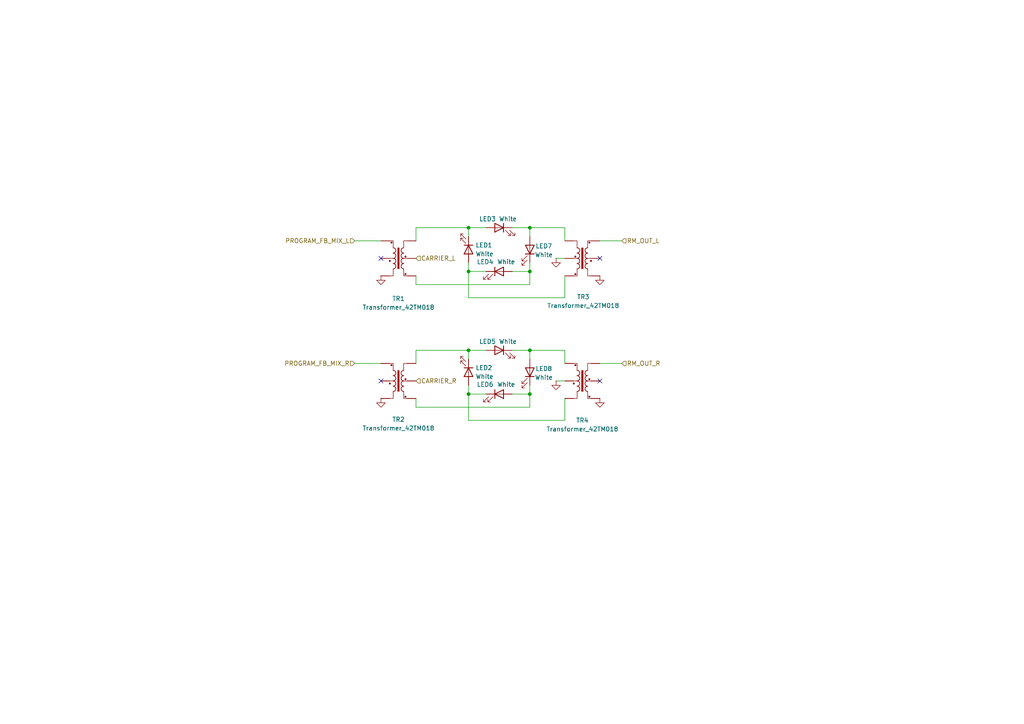
<source format=kicad_sch>
(kicad_sch (version 20250114) (generator "eeschema") (generator_version "9.0")
  (paper "A4")
  (lib_symbols
    (symbol "Device:LED" (pin_numbers (hide yes)) (pin_names (offset 1.016) (hide yes))
      (property "Reference" "D" (at 0 2.54 0))
      (property "Value" "LED" (at 0 -2.54 0))
      (symbol "LED_0_1"
        (polyline (pts (xy -3.048 -0.762) (xy -4.572 -2.286) (xy -3.81 -2.286) (xy -4.572 -2.286) (xy -4.572 -1.524)))
        (polyline (pts (xy -1.778 -0.762) (xy -3.302 -2.286) (xy -2.54 -2.286) (xy -3.302 -2.286) (xy -3.302 -1.524)))
        (polyline (pts (xy -1.27 0) (xy 1.27 0)))
        (polyline (pts (xy -1.27 -1.27) (xy -1.27 1.27)) (stroke (width 0.254)))
        (polyline (pts (xy 1.27 -1.27) (xy 1.27 1.27) (xy -1.27 0) (xy 1.27 -1.27)) (stroke (width 0.254)))
      )
      (symbol "LED_1_1"
        (pin passive line (at -3.81 0 0) (length 2.54) (name "K") (number "1"))
        (pin passive line (at 3.81 0 180) (length 2.54) (name "A") (number "2"))
      )
    )
    (symbol "Lichen:Transformer_42TM018" (pin_numbers (hide yes)) (pin_names (offset 0))
      (property "Reference" "TR1" (at 0 10.16 0))
      (property "Value" "Transformer_42TM018" (at 0 7.62 0))
      (symbol "Transformer_42TM018_0_1"
        (polyline (pts (xy -2.54 5.08) (xy -1.524 5.08) (xy -1.524 3.048)) (stroke (width 0.1524)))
        (circle (center -2.5 -0.746) (radius 0.2) (fill (type outline)))
        (circle (center -2.032 4.572) (radius 0.2) (fill (type outline)))
        (arc (start -1.524 3.048) (mid -0.7653 2.286) (end -1.524 1.524) (stroke (width 0.2032)))
        (arc (start -1.524 1.524) (mid -0.7653 0.762) (end -1.524 0) (stroke (width 0.2032)))
        (arc (start -1.524 0) (mid -0.7653 -0.762) (end -1.524 -1.524) (stroke (width 0.2032)))
        (arc (start -1.524 -1.524) (mid -0.7653 -2.286) (end -1.524 -3.048) (stroke (width 0.2032)))
        (polyline (pts (xy -1.524 0) (xy -2.54 0)) (fill (type outline)))
        (polyline (pts (xy -1.524 -3.048) (xy -1.524 -5.08) (xy -2.54 -5.08)) (stroke (width 0.1524)))
        (rectangle (start -0.254 3.048) (end 0.254 -3.048) (stroke (width 0.0254)) (fill (type outline)))
        (polyline (pts (xy 1.524 3.048) (xy 1.524 5.08) (xy 2.54 5.08)) (stroke (width 0.1524)))
        (polyline (pts (xy 1.524 0) (xy 2.54 0)) (fill (type outline)))
        (arc (start 1.524 1.524) (mid 0.7653 2.286) (end 1.524 3.048) (stroke (width 0.2032)))
        (arc (start 1.524 0) (mid 0.7653 0.762) (end 1.524 1.524) (stroke (width 0.2032)))
        (arc (start 1.524 -1.524) (mid 0.7653 -0.762) (end 1.524 0) (stroke (width 0.2032)))
        (arc (start 1.524 -3.048) (mid 0.7653 -2.286) (end 1.524 -1.524) (stroke (width 0.2032)))
        (circle (center 2.032 0.508) (radius 0.2) (fill (type outline)))
        (circle (center 2.032 -4.572) (radius 0.2) (fill (type outline)))
        (polyline (pts (xy 2.54 -5.08) (xy 1.524 -5.08) (xy 1.524 -3.048)) (stroke (width 0.1524)))
      )
      (symbol "Transformer_42TM018_1_1"
        (pin passive line (at -5.08 5.08 0) (length 2.54) (name "~") (number "1"))
        (pin passive line (at -5.08 0 0) (length 2.54) (name "~") (number "2"))
        (pin passive line (at -5.08 -5.08 0) (length 2.54) (name "~") (number "3"))
        (pin passive line (at 5.08 5.08 180) (length 2.54) (name "~") (number "6"))
        (pin passive line (at 5.08 0 180) (length 2.54) (name "~") (number "5"))
        (pin passive line (at 5.08 -5.08 180) (length 2.54) (name "~") (number "4"))
      )
    )
    (symbol "power:GND" (power) (pin_numbers (hide yes)) (pin_names (offset 0) (hide yes))
      (property "Value" "GND" (at 0 -3.81 0))
      (symbol "GND_0_1"
        (polyline (pts (xy 0 0) (xy 0 -1.27) (xy 1.27 -1.27) (xy 0 -2.54) (xy -1.27 -1.27) (xy 0 -1.27)))
      )
      (symbol "GND_1_1"
        (pin power_in line (at 0 0 270) (length 0) (name "~") (number "1"))
      )
    )
  )
  (junction (at 153.67 114.3))
  (junction (at 135.89 66.04))
  (junction (at 153.67 78.74))
  (junction (at 135.89 101.6))
  (junction (at 153.67 66.04))
  (junction (at 135.89 78.74))
  (junction (at 153.67 101.6))
  (junction (at 135.89 114.3))
  (no_connect (at 110.49 74.93))
  (no_connect (at 110.49 110.49))
  (no_connect (at 173.99 74.93))
  (no_connect (at 173.99 110.49))
  (wire (pts (xy 180.34 69.85) (xy 173.99 69.85)))
  (wire (pts (xy 161.29 110.49) (xy 163.83 110.49)))
  (wire (pts (xy 148.59 78.74) (xy 153.67 78.74)))
  (wire (pts (xy 163.83 121.92) (xy 135.89 121.92)))
  (wire (pts (xy 102.87 69.85) (xy 110.49 69.85)))
  (wire (pts (xy 163.83 86.36) (xy 135.89 86.36)))
  (wire (pts (xy 135.89 121.92) (xy 135.89 114.3)))
  (wire (pts (xy 163.83 80.01) (xy 163.83 86.36)))
  (wire (pts (xy 135.89 66.04) (xy 140.97 66.04)))
  (wire (pts (xy 148.59 114.3) (xy 153.67 114.3)))
  (wire (pts (xy 120.65 101.6) (xy 120.65 105.41)))
  (wire (pts (xy 148.59 66.04) (xy 153.67 66.04)))
  (wire (pts (xy 135.89 114.3) (xy 135.89 111.76)))
  (wire (pts (xy 135.89 86.36) (xy 135.89 78.74)))
  (wire (pts (xy 120.65 115.57) (xy 120.65 118.11)))
  (wire (pts (xy 163.83 66.04) (xy 163.83 69.85)))
  (wire (pts (xy 153.67 66.04) (xy 163.83 66.04)))
  (wire (pts (xy 163.83 115.57) (xy 163.83 121.92)))
  (wire (pts (xy 153.67 118.11) (xy 153.67 114.3)))
  (wire (pts (xy 120.65 66.04) (xy 135.89 66.04)))
  (wire (pts (xy 140.97 78.74) (xy 135.89 78.74)))
  (wire (pts (xy 153.67 104.14) (xy 153.67 101.6)))
  (wire (pts (xy 153.67 68.58) (xy 153.67 66.04)))
  (wire (pts (xy 120.65 66.04) (xy 120.65 69.85)))
  (wire (pts (xy 120.65 101.6) (xy 135.89 101.6)))
  (wire (pts (xy 153.67 101.6) (xy 163.83 101.6)))
  (wire (pts (xy 153.67 114.3) (xy 153.67 111.76)))
  (wire (pts (xy 102.87 105.41) (xy 110.49 105.41)))
  (wire (pts (xy 161.29 74.93) (xy 163.83 74.93)))
  (wire (pts (xy 135.89 78.74) (xy 135.89 76.2)))
  (wire (pts (xy 120.65 82.55) (xy 153.67 82.55)))
  (wire (pts (xy 135.89 68.58) (xy 135.89 66.04)))
  (wire (pts (xy 153.67 78.74) (xy 153.67 76.2)))
  (wire (pts (xy 120.65 80.01) (xy 120.65 82.55)))
  (wire (pts (xy 135.89 104.14) (xy 135.89 101.6)))
  (wire (pts (xy 148.59 101.6) (xy 153.67 101.6)))
  (wire (pts (xy 120.65 118.11) (xy 153.67 118.11)))
  (wire (pts (xy 135.89 101.6) (xy 140.97 101.6)))
  (wire (pts (xy 140.97 114.3) (xy 135.89 114.3)))
  (wire (pts (xy 180.34 105.41) (xy 173.99 105.41)))
  (wire (pts (xy 153.67 82.55) (xy 153.67 78.74)))
  (wire (pts (xy 163.83 101.6) (xy 163.83 105.41)))
  (hierarchical_label "RM_OUT_R" (shape input) (at 180.34 105.41 0))
  (hierarchical_label "RM_OUT_L" (shape input) (at 180.34 69.85 0))
  (hierarchical_label "CARRIER_L" (shape input) (at 120.65 74.93 0))
  (hierarchical_label "CARRIER_R" (shape input) (at 120.65 110.49 0))
  (hierarchical_label "PROGRAM_FB_MIX_L" (shape input) (at 102.87 69.85 180))
  (hierarchical_label "PROGRAM_FB_MIX_R" (shape input) (at 102.87 105.41 180))
  (symbol (lib_id "Device:LED") (at 144.78 78.74 0) (unit 1)
    (property "Reference" "LED4" (at 140.716 75.946 0))
    (property "Value" "White" (at 146.812 75.946 0))
    (property "Footprint" "Lichen:LED_D3.0mm_Polarity_Indicated" (effects (hide yes)))
    (property "Description" "Light emitting diode" (effects (hide yes)))
    (property "Sim.Pins" "1=K 2=A" (effects (hide yes)))
  )
  (symbol (lib_id "Device:LED") (at 135.89 72.39 270) (unit 1)
    (property "Reference" "LED1" (at 137.922 71.12 90) (effects (justify left)))
    (property "Value" "White" (at 137.922 73.66 90) (effects (justify left)))
    (property "Footprint" "Lichen:LED_D3.0mm_Polarity_Indicated" (effects (hide yes)))
    (property "Description" "Light emitting diode" (effects (hide yes)))
    (property "Sim.Pins" "1=K 2=A" (effects (hide yes)))
  )
  (symbol (lib_id "Device:LED") (at 144.78 66.04 0) (mirror y) (unit 1)
    (property "Reference" "LED3" (at 141.4145 63.5 0))
    (property "Value" "White" (at 147.32 63.5 0))
    (property "Footprint" "Lichen:LED_D3.0mm_Polarity_Indicated" (effects (hide yes)))
    (property "Description" "Light emitting diode" (effects (hide yes)))
    (property "Sim.Pins" "1=K 2=A" (effects (hide yes)))
  )
  (symbol (lib_id "Device:LED") (at 153.67 72.39 270) (mirror x) (unit 1)
    (property "Reference" "LED7" (at 157.734 71.374 90))
    (property "Value" "White" (at 157.734 73.914 90))
    (property "Footprint" "Lichen:LED_D3.0mm_Polarity_Indicated" (effects (hide yes)))
    (property "Description" "Light emitting diode" (effects (hide yes)))
    (property "Sim.Pins" "1=K 2=A" (effects (hide yes)))
  )
  (symbol (lib_id "power:GND") (at 173.99 115.57 0) (unit 1)
    (property "Reference" "#PWR012" (effects (hide yes)))
    (property "Value" "GND" (effects (hide yes)))
    (property "Description" "Power symbol creates a global label with name \"GND\" , ground" (effects (hide yes)))
  )
  (symbol (lib_id "power:GND") (at 173.99 80.01 0) (unit 1)
    (property "Reference" "#PWR011" (effects (hide yes)))
    (property "Value" "GND" (effects (hide yes)))
    (property "Description" "Power symbol creates a global label with name \"GND\" , ground" (effects (hide yes)))
  )
  (symbol (lib_id "Lichen:Transformer_42TM018") (at 168.91 110.49 0) (unit 1)
    (property "Reference" "TR4" (at 168.91 121.92 0))
    (property "Value" "Transformer_42TM018" (at 168.91 124.46 0))
    (property "Footprint" "Lichen:42TM018" (effects (hide yes)))
  )
  (symbol (lib_id "power:GND") (at 161.29 74.93 0) (unit 1)
    (property "Reference" "#PWR09" (effects (hide yes)))
    (property "Value" "GND" (effects (hide yes)))
    (property "Description" "Power symbol creates a global label with name \"GND\" , ground" (effects (hide yes)))
  )
  (symbol (lib_id "Device:LED") (at 135.89 107.95 270) (unit 1)
    (property "Reference" "LED2" (at 137.922 106.68 90) (effects (justify left)))
    (property "Value" "White" (at 137.922 109.22 90) (effects (justify left)))
    (property "Footprint" "Lichen:LED_D3.0mm_Polarity_Indicated" (effects (hide yes)))
    (property "Description" "Light emitting diode" (effects (hide yes)))
    (property "Sim.Pins" "1=K 2=A" (effects (hide yes)))
  )
  (symbol (lib_id "Lichen:Transformer_42TM018") (at 168.91 74.93 0) (mirror y) (unit 1)
    (property "Reference" "TR3" (at 169.164 86.106 0))
    (property "Value" "Transformer_42TM018" (at 169.164 88.646 0))
    (property "Footprint" "Lichen:42TM018" (effects (hide yes)))
  )
  (symbol (lib_id "Device:LED") (at 144.78 114.3 0) (unit 1)
    (property "Reference" "LED6" (at 140.716 111.506 0))
    (property "Value" "White" (at 146.812 111.506 0))
    (property "Footprint" "Lichen:LED_D3.0mm_Polarity_Indicated" (effects (hide yes)))
    (property "Description" "Light emitting diode" (effects (hide yes)))
    (property "Sim.Pins" "1=K 2=A" (effects (hide yes)))
  )
  (symbol (lib_id "Device:LED") (at 153.67 107.95 270) (mirror x) (unit 1)
    (property "Reference" "LED8" (at 157.734 106.934 90))
    (property "Value" "White" (at 157.734 109.474 90))
    (property "Footprint" "Lichen:LED_D3.0mm_Polarity_Indicated" (effects (hide yes)))
    (property "Description" "Light emitting diode" (effects (hide yes)))
    (property "Sim.Pins" "1=K 2=A" (effects (hide yes)))
  )
  (symbol (lib_id "Lichen:Transformer_42TM018") (at 115.57 110.49 0) (unit 1)
    (property "Reference" "TR2" (at 115.57 121.666 0))
    (property "Value" "Transformer_42TM018" (at 115.57 124.206 0))
    (property "Footprint" "Lichen:42TM018" (effects (hide yes)))
  )
  (symbol (lib_id "power:GND") (at 161.29 110.49 0) (unit 1)
    (property "Reference" "#PWR010" (effects (hide yes)))
    (property "Value" "GND" (effects (hide yes)))
    (property "Description" "Power symbol creates a global label with name \"GND\" , ground" (effects (hide yes)))
  )
  (symbol (lib_id "power:GND") (at 110.49 80.01 0) (unit 1)
    (property "Reference" "#PWR07" (effects (hide yes)))
    (property "Value" "GND" (effects (hide yes)))
    (property "Description" "Power symbol creates a global label with name \"GND\" , ground" (effects (hide yes)))
  )
  (symbol (lib_id "Device:LED") (at 144.78 101.6 0) (mirror y) (unit 1)
    (property "Reference" "LED5" (at 141.4145 99.06 0))
    (property "Value" "White" (at 147.32 99.06 0))
    (property "Footprint" "Lichen:LED_D3.0mm_Polarity_Indicated" (effects (hide yes)))
    (property "Description" "Light emitting diode" (effects (hide yes)))
    (property "Sim.Pins" "1=K 2=A" (effects (hide yes)))
  )
  (symbol (lib_id "power:GND") (at 110.49 115.57 0) (unit 1)
    (property "Reference" "#PWR08" (effects (hide yes)))
    (property "Value" "GND" (effects (hide yes)))
    (property "Description" "Power symbol creates a global label with name \"GND\" , ground" (effects (hide yes)))
  )
  (symbol (lib_id "Lichen:Transformer_42TM018") (at 115.57 74.93 0) (unit 1)
    (property "Reference" "TR1" (at 115.57 86.614 0))
    (property "Value" "Transformer_42TM018" (at 115.57 89.154 0))
    (property "Footprint" "Lichen:42TM018" (effects (hide yes)))
  )
)
</source>
